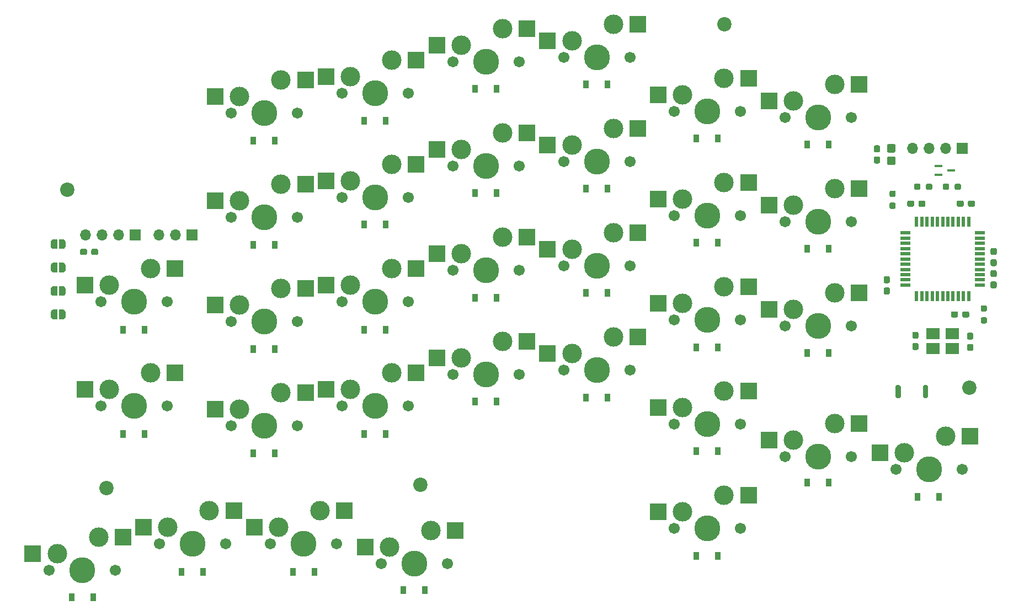
<source format=gbr>
G04 #@! TF.GenerationSoftware,KiCad,Pcbnew,5.1.7-a382d34a8~88~ubuntu18.04.1*
G04 #@! TF.CreationDate,2020-12-29T23:08:14-05:00*
G04 #@! TF.ProjectId,snowflake-right,736e6f77-666c-4616-9b65-2d7269676874,rev?*
G04 #@! TF.SameCoordinates,Original*
G04 #@! TF.FileFunction,Soldermask,Bot*
G04 #@! TF.FilePolarity,Negative*
%FSLAX46Y46*%
G04 Gerber Fmt 4.6, Leading zero omitted, Abs format (unit mm)*
G04 Created by KiCad (PCBNEW 5.1.7-a382d34a8~88~ubuntu18.04.1) date 2020-12-29 23:08:14*
%MOMM*%
%LPD*%
G01*
G04 APERTURE LIST*
%ADD10C,0.100000*%
%ADD11R,1.168400X0.355600*%
%ADD12C,2.200000*%
%ADD13R,2.100000X1.800000*%
%ADD14R,0.550000X1.500000*%
%ADD15R,1.500000X0.550000*%
%ADD16R,2.550000X2.500000*%
%ADD17C,3.000000*%
%ADD18C,3.987800*%
%ADD19C,1.701800*%
%ADD20O,1.700000X1.700000*%
%ADD21R,1.700000X1.700000*%
%ADD22R,0.900000X1.200000*%
G04 APERTURE END LIST*
D10*
G36*
X84500000Y-101049398D02*
G01*
X84475466Y-101049398D01*
X84426635Y-101044588D01*
X84378510Y-101035016D01*
X84331555Y-101020772D01*
X84286222Y-101001995D01*
X84242949Y-100978864D01*
X84202150Y-100951604D01*
X84164221Y-100920476D01*
X84129524Y-100885779D01*
X84098396Y-100847850D01*
X84071136Y-100807051D01*
X84048005Y-100763778D01*
X84029228Y-100718445D01*
X84014984Y-100671490D01*
X84005412Y-100623365D01*
X84000602Y-100574534D01*
X84000602Y-100550000D01*
X84000000Y-100550000D01*
X84000000Y-100050000D01*
X84000602Y-100050000D01*
X84000602Y-100025466D01*
X84005412Y-99976635D01*
X84014984Y-99928510D01*
X84029228Y-99881555D01*
X84048005Y-99836222D01*
X84071136Y-99792949D01*
X84098396Y-99752150D01*
X84129524Y-99714221D01*
X84164221Y-99679524D01*
X84202150Y-99648396D01*
X84242949Y-99621136D01*
X84286222Y-99598005D01*
X84331555Y-99579228D01*
X84378510Y-99564984D01*
X84426635Y-99555412D01*
X84475466Y-99550602D01*
X84500000Y-99550602D01*
X84500000Y-99550000D01*
X85000000Y-99550000D01*
X85000000Y-101050000D01*
X84500000Y-101050000D01*
X84500000Y-101049398D01*
G37*
G36*
X85300000Y-99550000D02*
G01*
X85800000Y-99550000D01*
X85800000Y-99550602D01*
X85824534Y-99550602D01*
X85873365Y-99555412D01*
X85921490Y-99564984D01*
X85968445Y-99579228D01*
X86013778Y-99598005D01*
X86057051Y-99621136D01*
X86097850Y-99648396D01*
X86135779Y-99679524D01*
X86170476Y-99714221D01*
X86201604Y-99752150D01*
X86228864Y-99792949D01*
X86251995Y-99836222D01*
X86270772Y-99881555D01*
X86285016Y-99928510D01*
X86294588Y-99976635D01*
X86299398Y-100025466D01*
X86299398Y-100050000D01*
X86300000Y-100050000D01*
X86300000Y-100550000D01*
X86299398Y-100550000D01*
X86299398Y-100574534D01*
X86294588Y-100623365D01*
X86285016Y-100671490D01*
X86270772Y-100718445D01*
X86251995Y-100763778D01*
X86228864Y-100807051D01*
X86201604Y-100847850D01*
X86170476Y-100885779D01*
X86135779Y-100920476D01*
X86097850Y-100951604D01*
X86057051Y-100978864D01*
X86013778Y-101001995D01*
X85968445Y-101020772D01*
X85921490Y-101035016D01*
X85873365Y-101044588D01*
X85824534Y-101049398D01*
X85800000Y-101049398D01*
X85800000Y-101050000D01*
X85300000Y-101050000D01*
X85300000Y-99550000D01*
G37*
G36*
X85800000Y-95950602D02*
G01*
X85824534Y-95950602D01*
X85873365Y-95955412D01*
X85921490Y-95964984D01*
X85968445Y-95979228D01*
X86013778Y-95998005D01*
X86057051Y-96021136D01*
X86097850Y-96048396D01*
X86135779Y-96079524D01*
X86170476Y-96114221D01*
X86201604Y-96152150D01*
X86228864Y-96192949D01*
X86251995Y-96236222D01*
X86270772Y-96281555D01*
X86285016Y-96328510D01*
X86294588Y-96376635D01*
X86299398Y-96425466D01*
X86299398Y-96450000D01*
X86300000Y-96450000D01*
X86300000Y-96950000D01*
X86299398Y-96950000D01*
X86299398Y-96974534D01*
X86294588Y-97023365D01*
X86285016Y-97071490D01*
X86270772Y-97118445D01*
X86251995Y-97163778D01*
X86228864Y-97207051D01*
X86201604Y-97247850D01*
X86170476Y-97285779D01*
X86135779Y-97320476D01*
X86097850Y-97351604D01*
X86057051Y-97378864D01*
X86013778Y-97401995D01*
X85968445Y-97420772D01*
X85921490Y-97435016D01*
X85873365Y-97444588D01*
X85824534Y-97449398D01*
X85800000Y-97449398D01*
X85800000Y-97450000D01*
X85300000Y-97450000D01*
X85300000Y-95950000D01*
X85800000Y-95950000D01*
X85800000Y-95950602D01*
G37*
G36*
X85000000Y-97450000D02*
G01*
X84500000Y-97450000D01*
X84500000Y-97449398D01*
X84475466Y-97449398D01*
X84426635Y-97444588D01*
X84378510Y-97435016D01*
X84331555Y-97420772D01*
X84286222Y-97401995D01*
X84242949Y-97378864D01*
X84202150Y-97351604D01*
X84164221Y-97320476D01*
X84129524Y-97285779D01*
X84098396Y-97247850D01*
X84071136Y-97207051D01*
X84048005Y-97163778D01*
X84029228Y-97118445D01*
X84014984Y-97071490D01*
X84005412Y-97023365D01*
X84000602Y-96974534D01*
X84000602Y-96950000D01*
X84000000Y-96950000D01*
X84000000Y-96450000D01*
X84000602Y-96450000D01*
X84000602Y-96425466D01*
X84005412Y-96376635D01*
X84014984Y-96328510D01*
X84029228Y-96281555D01*
X84048005Y-96236222D01*
X84071136Y-96192949D01*
X84098396Y-96152150D01*
X84129524Y-96114221D01*
X84164221Y-96079524D01*
X84202150Y-96048396D01*
X84242949Y-96021136D01*
X84286222Y-95998005D01*
X84331555Y-95979228D01*
X84378510Y-95964984D01*
X84426635Y-95955412D01*
X84475466Y-95950602D01*
X84500000Y-95950602D01*
X84500000Y-95950000D01*
X85000000Y-95950000D01*
X85000000Y-97450000D01*
G37*
G36*
X85800000Y-92350602D02*
G01*
X85824534Y-92350602D01*
X85873365Y-92355412D01*
X85921490Y-92364984D01*
X85968445Y-92379228D01*
X86013778Y-92398005D01*
X86057051Y-92421136D01*
X86097850Y-92448396D01*
X86135779Y-92479524D01*
X86170476Y-92514221D01*
X86201604Y-92552150D01*
X86228864Y-92592949D01*
X86251995Y-92636222D01*
X86270772Y-92681555D01*
X86285016Y-92728510D01*
X86294588Y-92776635D01*
X86299398Y-92825466D01*
X86299398Y-92850000D01*
X86300000Y-92850000D01*
X86300000Y-93350000D01*
X86299398Y-93350000D01*
X86299398Y-93374534D01*
X86294588Y-93423365D01*
X86285016Y-93471490D01*
X86270772Y-93518445D01*
X86251995Y-93563778D01*
X86228864Y-93607051D01*
X86201604Y-93647850D01*
X86170476Y-93685779D01*
X86135779Y-93720476D01*
X86097850Y-93751604D01*
X86057051Y-93778864D01*
X86013778Y-93801995D01*
X85968445Y-93820772D01*
X85921490Y-93835016D01*
X85873365Y-93844588D01*
X85824534Y-93849398D01*
X85800000Y-93849398D01*
X85800000Y-93850000D01*
X85300000Y-93850000D01*
X85300000Y-92350000D01*
X85800000Y-92350000D01*
X85800000Y-92350602D01*
G37*
G36*
X85000000Y-93850000D02*
G01*
X84500000Y-93850000D01*
X84500000Y-93849398D01*
X84475466Y-93849398D01*
X84426635Y-93844588D01*
X84378510Y-93835016D01*
X84331555Y-93820772D01*
X84286222Y-93801995D01*
X84242949Y-93778864D01*
X84202150Y-93751604D01*
X84164221Y-93720476D01*
X84129524Y-93685779D01*
X84098396Y-93647850D01*
X84071136Y-93607051D01*
X84048005Y-93563778D01*
X84029228Y-93518445D01*
X84014984Y-93471490D01*
X84005412Y-93423365D01*
X84000602Y-93374534D01*
X84000602Y-93350000D01*
X84000000Y-93350000D01*
X84000000Y-92850000D01*
X84000602Y-92850000D01*
X84000602Y-92825466D01*
X84005412Y-92776635D01*
X84014984Y-92728510D01*
X84029228Y-92681555D01*
X84048005Y-92636222D01*
X84071136Y-92592949D01*
X84098396Y-92552150D01*
X84129524Y-92514221D01*
X84164221Y-92479524D01*
X84202150Y-92448396D01*
X84242949Y-92421136D01*
X84286222Y-92398005D01*
X84331555Y-92379228D01*
X84378510Y-92364984D01*
X84426635Y-92355412D01*
X84475466Y-92350602D01*
X84500000Y-92350602D01*
X84500000Y-92350000D01*
X85000000Y-92350000D01*
X85000000Y-93850000D01*
G37*
G36*
X84500000Y-90249398D02*
G01*
X84475466Y-90249398D01*
X84426635Y-90244588D01*
X84378510Y-90235016D01*
X84331555Y-90220772D01*
X84286222Y-90201995D01*
X84242949Y-90178864D01*
X84202150Y-90151604D01*
X84164221Y-90120476D01*
X84129524Y-90085779D01*
X84098396Y-90047850D01*
X84071136Y-90007051D01*
X84048005Y-89963778D01*
X84029228Y-89918445D01*
X84014984Y-89871490D01*
X84005412Y-89823365D01*
X84000602Y-89774534D01*
X84000602Y-89750000D01*
X84000000Y-89750000D01*
X84000000Y-89250000D01*
X84000602Y-89250000D01*
X84000602Y-89225466D01*
X84005412Y-89176635D01*
X84014984Y-89128510D01*
X84029228Y-89081555D01*
X84048005Y-89036222D01*
X84071136Y-88992949D01*
X84098396Y-88952150D01*
X84129524Y-88914221D01*
X84164221Y-88879524D01*
X84202150Y-88848396D01*
X84242949Y-88821136D01*
X84286222Y-88798005D01*
X84331555Y-88779228D01*
X84378510Y-88764984D01*
X84426635Y-88755412D01*
X84475466Y-88750602D01*
X84500000Y-88750602D01*
X84500000Y-88750000D01*
X85000000Y-88750000D01*
X85000000Y-90250000D01*
X84500000Y-90250000D01*
X84500000Y-90249398D01*
G37*
G36*
X85300000Y-88750000D02*
G01*
X85800000Y-88750000D01*
X85800000Y-88750602D01*
X85824534Y-88750602D01*
X85873365Y-88755412D01*
X85921490Y-88764984D01*
X85968445Y-88779228D01*
X86013778Y-88798005D01*
X86057051Y-88821136D01*
X86097850Y-88848396D01*
X86135779Y-88879524D01*
X86170476Y-88914221D01*
X86201604Y-88952150D01*
X86228864Y-88992949D01*
X86251995Y-89036222D01*
X86270772Y-89081555D01*
X86285016Y-89128510D01*
X86294588Y-89176635D01*
X86299398Y-89225466D01*
X86299398Y-89250000D01*
X86300000Y-89250000D01*
X86300000Y-89750000D01*
X86299398Y-89750000D01*
X86299398Y-89774534D01*
X86294588Y-89823365D01*
X86285016Y-89871490D01*
X86270772Y-89918445D01*
X86251995Y-89963778D01*
X86228864Y-90007051D01*
X86201604Y-90047850D01*
X86170476Y-90085779D01*
X86135779Y-90120476D01*
X86097850Y-90151604D01*
X86057051Y-90178864D01*
X86013778Y-90201995D01*
X85968445Y-90220772D01*
X85921490Y-90235016D01*
X85873365Y-90244588D01*
X85824534Y-90249398D01*
X85800000Y-90249398D01*
X85800000Y-90250000D01*
X85300000Y-90250000D01*
X85300000Y-88750000D01*
G37*
G36*
G01*
X89575000Y-90462500D02*
X89575000Y-90937500D01*
G75*
G02*
X89337500Y-91175000I-237500J0D01*
G01*
X88737500Y-91175000D01*
G75*
G02*
X88500000Y-90937500I0J237500D01*
G01*
X88500000Y-90462500D01*
G75*
G02*
X88737500Y-90225000I237500J0D01*
G01*
X89337500Y-90225000D01*
G75*
G02*
X89575000Y-90462500I0J-237500D01*
G01*
G37*
G36*
G01*
X91300000Y-90462500D02*
X91300000Y-90937500D01*
G75*
G02*
X91062500Y-91175000I-237500J0D01*
G01*
X90462500Y-91175000D01*
G75*
G02*
X90225000Y-90937500I0J237500D01*
G01*
X90225000Y-90462500D01*
G75*
G02*
X90462500Y-90225000I237500J0D01*
G01*
X91062500Y-90225000D01*
G75*
G02*
X91300000Y-90462500I0J-237500D01*
G01*
G37*
G36*
G01*
X213650000Y-112950000D02*
X213650000Y-111350000D01*
G75*
G02*
X213850000Y-111150000I200000J0D01*
G01*
X214250000Y-111150000D01*
G75*
G02*
X214450000Y-111350000I0J-200000D01*
G01*
X214450000Y-112950000D01*
G75*
G02*
X214250000Y-113150000I-200000J0D01*
G01*
X213850000Y-113150000D01*
G75*
G02*
X213650000Y-112950000I0J200000D01*
G01*
G37*
G36*
G01*
X217850000Y-112950000D02*
X217850000Y-111350000D01*
G75*
G02*
X218050000Y-111150000I200000J0D01*
G01*
X218450000Y-111150000D01*
G75*
G02*
X218650000Y-111350000I0J-200000D01*
G01*
X218650000Y-112950000D01*
G75*
G02*
X218450000Y-113150000I-200000J0D01*
G01*
X218050000Y-113150000D01*
G75*
G02*
X217850000Y-112950000I0J200000D01*
G01*
G37*
D11*
X222165200Y-78200000D03*
X220234800Y-77550001D03*
X220234800Y-78849999D03*
D12*
X140750000Y-126450000D03*
X92550000Y-126950000D03*
X224950000Y-111550000D03*
X187350000Y-55750000D03*
X86550000Y-81150000D03*
D13*
X219430000Y-105570000D03*
X222330000Y-105570000D03*
X222330000Y-103270000D03*
X219430000Y-103270000D03*
D14*
X224880000Y-86090000D03*
X224080000Y-86090000D03*
X223280000Y-86090000D03*
X222480000Y-86090000D03*
X221680000Y-86090000D03*
X220880000Y-86090000D03*
X220080000Y-86090000D03*
X219280000Y-86090000D03*
X218480000Y-86090000D03*
X217680000Y-86090000D03*
X216880000Y-86090000D03*
D15*
X215180000Y-87790000D03*
X215180000Y-88590000D03*
X215180000Y-89390000D03*
X215180000Y-90190000D03*
X215180000Y-90990000D03*
X215180000Y-91790000D03*
X215180000Y-92590000D03*
X215180000Y-93390000D03*
X215180000Y-94190000D03*
X215180000Y-94990000D03*
X215180000Y-95790000D03*
D14*
X216880000Y-97490000D03*
X217680000Y-97490000D03*
X218480000Y-97490000D03*
X219280000Y-97490000D03*
X220080000Y-97490000D03*
X220880000Y-97490000D03*
X221680000Y-97490000D03*
X222480000Y-97490000D03*
X223280000Y-97490000D03*
X224080000Y-97490000D03*
X224880000Y-97490000D03*
D15*
X226580000Y-95790000D03*
X226580000Y-94990000D03*
X226580000Y-94190000D03*
X226580000Y-93390000D03*
X226580000Y-92590000D03*
X226580000Y-91790000D03*
X226580000Y-90990000D03*
X226580000Y-90190000D03*
X226580000Y-89390000D03*
X226580000Y-88590000D03*
X226580000Y-87790000D03*
G36*
G01*
X212962500Y-83125000D02*
X213437500Y-83125000D01*
G75*
G02*
X213675000Y-83362500I0J-237500D01*
G01*
X213675000Y-83862500D01*
G75*
G02*
X213437500Y-84100000I-237500J0D01*
G01*
X212962500Y-84100000D01*
G75*
G02*
X212725000Y-83862500I0J237500D01*
G01*
X212725000Y-83362500D01*
G75*
G02*
X212962500Y-83125000I237500J0D01*
G01*
G37*
G36*
G01*
X212962500Y-81300000D02*
X213437500Y-81300000D01*
G75*
G02*
X213675000Y-81537500I0J-237500D01*
G01*
X213675000Y-82037500D01*
G75*
G02*
X213437500Y-82275000I-237500J0D01*
G01*
X212962500Y-82275000D01*
G75*
G02*
X212725000Y-82037500I0J237500D01*
G01*
X212725000Y-81537500D01*
G75*
G02*
X212962500Y-81300000I237500J0D01*
G01*
G37*
G36*
G01*
X226962500Y-98900000D02*
X227437500Y-98900000D01*
G75*
G02*
X227675000Y-99137500I0J-237500D01*
G01*
X227675000Y-99637500D01*
G75*
G02*
X227437500Y-99875000I-237500J0D01*
G01*
X226962500Y-99875000D01*
G75*
G02*
X226725000Y-99637500I0J237500D01*
G01*
X226725000Y-99137500D01*
G75*
G02*
X226962500Y-98900000I237500J0D01*
G01*
G37*
G36*
G01*
X226962500Y-100725000D02*
X227437500Y-100725000D01*
G75*
G02*
X227675000Y-100962500I0J-237500D01*
G01*
X227675000Y-101462500D01*
G75*
G02*
X227437500Y-101700000I-237500J0D01*
G01*
X226962500Y-101700000D01*
G75*
G02*
X226725000Y-101462500I0J237500D01*
G01*
X226725000Y-100962500D01*
G75*
G02*
X226962500Y-100725000I237500J0D01*
G01*
G37*
G36*
G01*
X218325000Y-80937500D02*
X218325000Y-80462500D01*
G75*
G02*
X218562500Y-80225000I237500J0D01*
G01*
X219062500Y-80225000D01*
G75*
G02*
X219300000Y-80462500I0J-237500D01*
G01*
X219300000Y-80937500D01*
G75*
G02*
X219062500Y-81175000I-237500J0D01*
G01*
X218562500Y-81175000D01*
G75*
G02*
X218325000Y-80937500I0J237500D01*
G01*
G37*
G36*
G01*
X216500000Y-80937500D02*
X216500000Y-80462500D01*
G75*
G02*
X216737500Y-80225000I237500J0D01*
G01*
X217237500Y-80225000D01*
G75*
G02*
X217475000Y-80462500I0J-237500D01*
G01*
X217475000Y-80937500D01*
G75*
G02*
X217237500Y-81175000I-237500J0D01*
G01*
X216737500Y-81175000D01*
G75*
G02*
X216500000Y-80937500I0J237500D01*
G01*
G37*
G36*
G01*
X221875000Y-80462500D02*
X221875000Y-80937500D01*
G75*
G02*
X221637500Y-81175000I-237500J0D01*
G01*
X221137500Y-81175000D01*
G75*
G02*
X220900000Y-80937500I0J237500D01*
G01*
X220900000Y-80462500D01*
G75*
G02*
X221137500Y-80225000I237500J0D01*
G01*
X221637500Y-80225000D01*
G75*
G02*
X221875000Y-80462500I0J-237500D01*
G01*
G37*
G36*
G01*
X223700000Y-80462500D02*
X223700000Y-80937500D01*
G75*
G02*
X223462500Y-81175000I-237500J0D01*
G01*
X222962500Y-81175000D01*
G75*
G02*
X222725000Y-80937500I0J237500D01*
G01*
X222725000Y-80462500D01*
G75*
G02*
X222962500Y-80225000I237500J0D01*
G01*
X223462500Y-80225000D01*
G75*
G02*
X223700000Y-80462500I0J-237500D01*
G01*
G37*
D16*
X95090000Y-134460000D03*
D17*
X91340000Y-134460000D03*
X84990000Y-137000000D03*
D18*
X88800000Y-139540000D03*
D19*
X93880000Y-139540000D03*
X83720000Y-139540000D03*
D16*
X81240000Y-137000000D03*
X112090000Y-130460000D03*
D17*
X108340000Y-130460000D03*
X101990000Y-133000000D03*
D18*
X105800000Y-135540000D03*
D19*
X110880000Y-135540000D03*
X100720000Y-135540000D03*
D16*
X98240000Y-133000000D03*
X129090000Y-130460000D03*
D17*
X125340000Y-130460000D03*
X118990000Y-133000000D03*
D18*
X122800000Y-135540000D03*
D19*
X127880000Y-135540000D03*
X117720000Y-135540000D03*
D16*
X115240000Y-133000000D03*
X146090000Y-133460000D03*
D17*
X142340000Y-133460000D03*
X135990000Y-136000000D03*
D18*
X139800000Y-138540000D03*
D19*
X144880000Y-138540000D03*
X134720000Y-138540000D03*
D16*
X132240000Y-136000000D03*
X191090000Y-128020000D03*
D17*
X187340000Y-128020000D03*
X180990000Y-130560000D03*
D18*
X184800000Y-133100000D03*
D19*
X189880000Y-133100000D03*
X179720000Y-133100000D03*
D16*
X177240000Y-130560000D03*
X103090000Y-109290000D03*
D17*
X99340000Y-109290000D03*
X92990000Y-111830000D03*
D18*
X96800000Y-114370000D03*
D19*
X101880000Y-114370000D03*
X91720000Y-114370000D03*
D16*
X89240000Y-111830000D03*
X123090000Y-112290000D03*
D17*
X119340000Y-112290000D03*
X112990000Y-114830000D03*
D18*
X116800000Y-117370000D03*
D19*
X121880000Y-117370000D03*
X111720000Y-117370000D03*
D16*
X109240000Y-114830000D03*
X140090000Y-109290000D03*
D17*
X136340000Y-109290000D03*
X129990000Y-111830000D03*
D18*
X133800000Y-114370000D03*
D19*
X138880000Y-114370000D03*
X128720000Y-114370000D03*
D16*
X126240000Y-111830000D03*
X157090000Y-104460000D03*
D17*
X153340000Y-104460000D03*
X146990000Y-107000000D03*
D18*
X150800000Y-109540000D03*
D19*
X155880000Y-109540000D03*
X145720000Y-109540000D03*
D16*
X143240000Y-107000000D03*
X174090000Y-103760000D03*
D17*
X170340000Y-103760000D03*
X163990000Y-106300000D03*
D18*
X167800000Y-108840000D03*
D19*
X172880000Y-108840000D03*
X162720000Y-108840000D03*
D16*
X160240000Y-106300000D03*
X191090000Y-112020000D03*
D17*
X187340000Y-112020000D03*
X180990000Y-114560000D03*
D18*
X184800000Y-117100000D03*
D19*
X189880000Y-117100000D03*
X179720000Y-117100000D03*
D16*
X177240000Y-114560000D03*
X208090000Y-117020000D03*
D17*
X204340000Y-117020000D03*
X197990000Y-119560000D03*
D18*
X201800000Y-122100000D03*
D19*
X206880000Y-122100000D03*
X196720000Y-122100000D03*
D16*
X194240000Y-119560000D03*
X225090000Y-119020000D03*
D17*
X221340000Y-119020000D03*
X214990000Y-121560000D03*
D18*
X218800000Y-124100000D03*
D19*
X223880000Y-124100000D03*
X213720000Y-124100000D03*
D16*
X211240000Y-121560000D03*
X103090000Y-93290000D03*
D17*
X99340000Y-93290000D03*
X92990000Y-95830000D03*
D18*
X96800000Y-98370000D03*
D19*
X101880000Y-98370000D03*
X91720000Y-98370000D03*
D16*
X89240000Y-95830000D03*
X123090000Y-96290000D03*
D17*
X119340000Y-96290000D03*
X112990000Y-98830000D03*
D18*
X116800000Y-101370000D03*
D19*
X121880000Y-101370000D03*
X111720000Y-101370000D03*
D16*
X109240000Y-98830000D03*
X126240000Y-95830000D03*
D19*
X128720000Y-98370000D03*
X138880000Y-98370000D03*
D18*
X133800000Y-98370000D03*
D17*
X129990000Y-95830000D03*
X136340000Y-93290000D03*
D16*
X140090000Y-93290000D03*
X157090000Y-88460000D03*
D17*
X153340000Y-88460000D03*
X146990000Y-91000000D03*
D18*
X150800000Y-93540000D03*
D19*
X155880000Y-93540000D03*
X145720000Y-93540000D03*
D16*
X143240000Y-91000000D03*
X174090000Y-87760000D03*
D17*
X170340000Y-87760000D03*
X163990000Y-90300000D03*
D18*
X167800000Y-92840000D03*
D19*
X172880000Y-92840000D03*
X162720000Y-92840000D03*
D16*
X160240000Y-90300000D03*
X191090000Y-96020000D03*
D17*
X187340000Y-96020000D03*
X180990000Y-98560000D03*
D18*
X184800000Y-101100000D03*
D19*
X189880000Y-101100000D03*
X179720000Y-101100000D03*
D16*
X177240000Y-98560000D03*
X208090000Y-97020000D03*
D17*
X204340000Y-97020000D03*
X197990000Y-99560000D03*
D18*
X201800000Y-102100000D03*
D19*
X206880000Y-102100000D03*
X196720000Y-102100000D03*
D16*
X194240000Y-99560000D03*
X123090000Y-80290000D03*
D17*
X119340000Y-80290000D03*
X112990000Y-82830000D03*
D18*
X116800000Y-85370000D03*
D19*
X121880000Y-85370000D03*
X111720000Y-85370000D03*
D16*
X109240000Y-82830000D03*
X140090000Y-77290000D03*
D17*
X136340000Y-77290000D03*
X129990000Y-79830000D03*
D18*
X133800000Y-82370000D03*
D19*
X138880000Y-82370000D03*
X128720000Y-82370000D03*
D16*
X126240000Y-79830000D03*
X157090000Y-72460000D03*
D17*
X153340000Y-72460000D03*
X146990000Y-75000000D03*
D18*
X150800000Y-77540000D03*
D19*
X155880000Y-77540000D03*
X145720000Y-77540000D03*
D16*
X143240000Y-75000000D03*
X174090000Y-71760000D03*
D17*
X170340000Y-71760000D03*
X163990000Y-74300000D03*
D18*
X167800000Y-76840000D03*
D19*
X172880000Y-76840000D03*
X162720000Y-76840000D03*
D16*
X160240000Y-74300000D03*
X191090000Y-80020000D03*
D17*
X187340000Y-80020000D03*
X180990000Y-82560000D03*
D18*
X184800000Y-85100000D03*
D19*
X189880000Y-85100000D03*
X179720000Y-85100000D03*
D16*
X177240000Y-82560000D03*
X208090000Y-81020000D03*
D17*
X204340000Y-81020000D03*
X197990000Y-83560000D03*
D18*
X201800000Y-86100000D03*
D19*
X206880000Y-86100000D03*
X196720000Y-86100000D03*
D16*
X194240000Y-83560000D03*
X123090000Y-64290000D03*
D17*
X119340000Y-64290000D03*
X112990000Y-66830000D03*
D18*
X116800000Y-69370000D03*
D19*
X121880000Y-69370000D03*
X111720000Y-69370000D03*
D16*
X109240000Y-66830000D03*
X140090000Y-61290000D03*
D17*
X136340000Y-61290000D03*
X129990000Y-63830000D03*
D18*
X133800000Y-66370000D03*
D19*
X138880000Y-66370000D03*
X128720000Y-66370000D03*
D16*
X126240000Y-63830000D03*
X157090000Y-56460000D03*
D17*
X153340000Y-56460000D03*
X146990000Y-59000000D03*
D18*
X150800000Y-61540000D03*
D19*
X155880000Y-61540000D03*
X145720000Y-61540000D03*
D16*
X143240000Y-59000000D03*
X174090000Y-55760000D03*
D17*
X170340000Y-55760000D03*
X163990000Y-58300000D03*
D18*
X167800000Y-60840000D03*
D19*
X172880000Y-60840000D03*
X162720000Y-60840000D03*
D16*
X160240000Y-58300000D03*
X191090000Y-64020000D03*
D17*
X187340000Y-64020000D03*
X180990000Y-66560000D03*
D18*
X184800000Y-69100000D03*
D19*
X189880000Y-69100000D03*
X179720000Y-69100000D03*
D16*
X177240000Y-66560000D03*
X208090000Y-65020000D03*
D17*
X204340000Y-65020000D03*
X197990000Y-67560000D03*
D18*
X201800000Y-70100000D03*
D19*
X206880000Y-70100000D03*
X196720000Y-70100000D03*
D16*
X194240000Y-67560000D03*
D20*
X89370000Y-88130000D03*
X91910000Y-88130000D03*
X94450000Y-88130000D03*
D21*
X96990000Y-88130000D03*
D20*
X100620000Y-88100000D03*
X103160000Y-88100000D03*
D21*
X105700000Y-88100000D03*
D20*
X216280000Y-74800000D03*
X218820000Y-74800000D03*
X221360000Y-74800000D03*
D21*
X223900000Y-74800000D03*
G36*
G01*
X212600000Y-76062500D02*
X213400000Y-76062500D01*
G75*
G02*
X213650000Y-76312500I0J-250000D01*
G01*
X213650000Y-77137500D01*
G75*
G02*
X213400000Y-77387500I-250000J0D01*
G01*
X212600000Y-77387500D01*
G75*
G02*
X212350000Y-77137500I0J250000D01*
G01*
X212350000Y-76312500D01*
G75*
G02*
X212600000Y-76062500I250000J0D01*
G01*
G37*
G36*
G01*
X212600000Y-74137500D02*
X213400000Y-74137500D01*
G75*
G02*
X213650000Y-74387500I0J-250000D01*
G01*
X213650000Y-75212500D01*
G75*
G02*
X213400000Y-75462500I-250000J0D01*
G01*
X212600000Y-75462500D01*
G75*
G02*
X212350000Y-75212500I0J250000D01*
G01*
X212350000Y-74387500D01*
G75*
G02*
X212600000Y-74137500I250000J0D01*
G01*
G37*
D22*
X90500000Y-143750000D03*
X87200000Y-143750000D03*
X98400000Y-118650000D03*
X95100000Y-118650000D03*
X98400000Y-102650000D03*
X95100000Y-102650000D03*
X107400000Y-139850000D03*
X104100000Y-139850000D03*
X118400000Y-121650000D03*
X115100000Y-121650000D03*
X118400000Y-105650000D03*
X115100000Y-105650000D03*
X118400000Y-89650000D03*
X115100000Y-89650000D03*
X118400000Y-73650000D03*
X115100000Y-73650000D03*
X124500000Y-139820000D03*
X121200000Y-139820000D03*
X135400000Y-118650000D03*
X132100000Y-118650000D03*
X135400000Y-102650000D03*
X132100000Y-102650000D03*
X135400000Y-86450000D03*
X132100000Y-86450000D03*
X135400000Y-70550000D03*
X132100000Y-70550000D03*
X141400000Y-142650000D03*
X138100000Y-142650000D03*
X152400000Y-113650000D03*
X149100000Y-113650000D03*
X152400000Y-97750000D03*
X149100000Y-97750000D03*
X152400000Y-81650000D03*
X149100000Y-81650000D03*
X152400000Y-65650000D03*
X149100000Y-65650000D03*
X169400000Y-113050000D03*
X166100000Y-113050000D03*
X169400000Y-96950000D03*
X166100000Y-96950000D03*
X169400000Y-80950000D03*
X166100000Y-80950000D03*
X169400000Y-64950000D03*
X166100000Y-64950000D03*
X186400000Y-137350000D03*
X183100000Y-137350000D03*
X186400000Y-121250000D03*
X183100000Y-121250000D03*
X186400000Y-105350000D03*
X183100000Y-105350000D03*
X186400000Y-89250000D03*
X183100000Y-89250000D03*
X186400000Y-73250000D03*
X183100000Y-73250000D03*
X203400000Y-126150000D03*
X200100000Y-126150000D03*
X203400000Y-106250000D03*
X200100000Y-106250000D03*
X203400000Y-90250000D03*
X200100000Y-90250000D03*
X203400000Y-74250000D03*
X200100000Y-74250000D03*
X220300000Y-128350000D03*
X217000000Y-128350000D03*
G36*
G01*
X223237500Y-100062500D02*
X223237500Y-100537500D01*
G75*
G02*
X223000000Y-100775000I-237500J0D01*
G01*
X222400000Y-100775000D01*
G75*
G02*
X222162500Y-100537500I0J237500D01*
G01*
X222162500Y-100062500D01*
G75*
G02*
X222400000Y-99825000I237500J0D01*
G01*
X223000000Y-99825000D01*
G75*
G02*
X223237500Y-100062500I0J-237500D01*
G01*
G37*
G36*
G01*
X224962500Y-100062500D02*
X224962500Y-100537500D01*
G75*
G02*
X224725000Y-100775000I-237500J0D01*
G01*
X224125000Y-100775000D01*
G75*
G02*
X223887500Y-100537500I0J237500D01*
G01*
X223887500Y-100062500D01*
G75*
G02*
X224125000Y-99825000I237500J0D01*
G01*
X224725000Y-99825000D01*
G75*
G02*
X224962500Y-100062500I0J-237500D01*
G01*
G37*
G36*
G01*
X212062500Y-96162500D02*
X212537500Y-96162500D01*
G75*
G02*
X212775000Y-96400000I0J-237500D01*
G01*
X212775000Y-97000000D01*
G75*
G02*
X212537500Y-97237500I-237500J0D01*
G01*
X212062500Y-97237500D01*
G75*
G02*
X211825000Y-97000000I0J237500D01*
G01*
X211825000Y-96400000D01*
G75*
G02*
X212062500Y-96162500I237500J0D01*
G01*
G37*
G36*
G01*
X212062500Y-94437500D02*
X212537500Y-94437500D01*
G75*
G02*
X212775000Y-94675000I0J-237500D01*
G01*
X212775000Y-95275000D01*
G75*
G02*
X212537500Y-95512500I-237500J0D01*
G01*
X212062500Y-95512500D01*
G75*
G02*
X211825000Y-95275000I0J237500D01*
G01*
X211825000Y-94675000D01*
G75*
G02*
X212062500Y-94437500I237500J0D01*
G01*
G37*
G36*
G01*
X228937500Y-91175000D02*
X228462500Y-91175000D01*
G75*
G02*
X228225000Y-90937500I0J237500D01*
G01*
X228225000Y-90337500D01*
G75*
G02*
X228462500Y-90100000I237500J0D01*
G01*
X228937500Y-90100000D01*
G75*
G02*
X229175000Y-90337500I0J-237500D01*
G01*
X229175000Y-90937500D01*
G75*
G02*
X228937500Y-91175000I-237500J0D01*
G01*
G37*
G36*
G01*
X228937500Y-92900000D02*
X228462500Y-92900000D01*
G75*
G02*
X228225000Y-92662500I0J237500D01*
G01*
X228225000Y-92062500D01*
G75*
G02*
X228462500Y-91825000I237500J0D01*
G01*
X228937500Y-91825000D01*
G75*
G02*
X229175000Y-92062500I0J-237500D01*
G01*
X229175000Y-92662500D01*
G75*
G02*
X228937500Y-92900000I-237500J0D01*
G01*
G37*
G36*
G01*
X225337500Y-104175000D02*
X224862500Y-104175000D01*
G75*
G02*
X224625000Y-103937500I0J237500D01*
G01*
X224625000Y-103337500D01*
G75*
G02*
X224862500Y-103100000I237500J0D01*
G01*
X225337500Y-103100000D01*
G75*
G02*
X225575000Y-103337500I0J-237500D01*
G01*
X225575000Y-103937500D01*
G75*
G02*
X225337500Y-104175000I-237500J0D01*
G01*
G37*
G36*
G01*
X225337500Y-105900000D02*
X224862500Y-105900000D01*
G75*
G02*
X224625000Y-105662500I0J237500D01*
G01*
X224625000Y-105062500D01*
G75*
G02*
X224862500Y-104825000I237500J0D01*
G01*
X225337500Y-104825000D01*
G75*
G02*
X225575000Y-105062500I0J-237500D01*
G01*
X225575000Y-105662500D01*
G75*
G02*
X225337500Y-105900000I-237500J0D01*
G01*
G37*
G36*
G01*
X216462500Y-104687500D02*
X216937500Y-104687500D01*
G75*
G02*
X217175000Y-104925000I0J-237500D01*
G01*
X217175000Y-105525000D01*
G75*
G02*
X216937500Y-105762500I-237500J0D01*
G01*
X216462500Y-105762500D01*
G75*
G02*
X216225000Y-105525000I0J237500D01*
G01*
X216225000Y-104925000D01*
G75*
G02*
X216462500Y-104687500I237500J0D01*
G01*
G37*
G36*
G01*
X216462500Y-102962500D02*
X216937500Y-102962500D01*
G75*
G02*
X217175000Y-103200000I0J-237500D01*
G01*
X217175000Y-103800000D01*
G75*
G02*
X216937500Y-104037500I-237500J0D01*
G01*
X216462500Y-104037500D01*
G75*
G02*
X216225000Y-103800000I0J237500D01*
G01*
X216225000Y-103200000D01*
G75*
G02*
X216462500Y-102962500I237500J0D01*
G01*
G37*
G36*
G01*
X224112500Y-83062500D02*
X224112500Y-83537500D01*
G75*
G02*
X223875000Y-83775000I-237500J0D01*
G01*
X223275000Y-83775000D01*
G75*
G02*
X223037500Y-83537500I0J237500D01*
G01*
X223037500Y-83062500D01*
G75*
G02*
X223275000Y-82825000I237500J0D01*
G01*
X223875000Y-82825000D01*
G75*
G02*
X224112500Y-83062500I0J-237500D01*
G01*
G37*
G36*
G01*
X225837500Y-83062500D02*
X225837500Y-83537500D01*
G75*
G02*
X225600000Y-83775000I-237500J0D01*
G01*
X225000000Y-83775000D01*
G75*
G02*
X224762500Y-83537500I0J237500D01*
G01*
X224762500Y-83062500D01*
G75*
G02*
X225000000Y-82825000I237500J0D01*
G01*
X225600000Y-82825000D01*
G75*
G02*
X225837500Y-83062500I0J-237500D01*
G01*
G37*
G36*
G01*
X217162500Y-83537500D02*
X217162500Y-83062500D01*
G75*
G02*
X217400000Y-82825000I237500J0D01*
G01*
X218000000Y-82825000D01*
G75*
G02*
X218237500Y-83062500I0J-237500D01*
G01*
X218237500Y-83537500D01*
G75*
G02*
X218000000Y-83775000I-237500J0D01*
G01*
X217400000Y-83775000D01*
G75*
G02*
X217162500Y-83537500I0J237500D01*
G01*
G37*
G36*
G01*
X215437500Y-83537500D02*
X215437500Y-83062500D01*
G75*
G02*
X215675000Y-82825000I237500J0D01*
G01*
X216275000Y-82825000D01*
G75*
G02*
X216512500Y-83062500I0J-237500D01*
G01*
X216512500Y-83537500D01*
G75*
G02*
X216275000Y-83775000I-237500J0D01*
G01*
X215675000Y-83775000D01*
G75*
G02*
X215437500Y-83537500I0J237500D01*
G01*
G37*
G36*
G01*
X228462500Y-95225000D02*
X228937500Y-95225000D01*
G75*
G02*
X229175000Y-95462500I0J-237500D01*
G01*
X229175000Y-96062500D01*
G75*
G02*
X228937500Y-96300000I-237500J0D01*
G01*
X228462500Y-96300000D01*
G75*
G02*
X228225000Y-96062500I0J237500D01*
G01*
X228225000Y-95462500D01*
G75*
G02*
X228462500Y-95225000I237500J0D01*
G01*
G37*
G36*
G01*
X228462500Y-93500000D02*
X228937500Y-93500000D01*
G75*
G02*
X229175000Y-93737500I0J-237500D01*
G01*
X229175000Y-94337500D01*
G75*
G02*
X228937500Y-94575000I-237500J0D01*
G01*
X228462500Y-94575000D01*
G75*
G02*
X228225000Y-94337500I0J237500D01*
G01*
X228225000Y-93737500D01*
G75*
G02*
X228462500Y-93500000I237500J0D01*
G01*
G37*
G36*
G01*
X211037500Y-75412500D02*
X210562500Y-75412500D01*
G75*
G02*
X210325000Y-75175000I0J237500D01*
G01*
X210325000Y-74575000D01*
G75*
G02*
X210562500Y-74337500I237500J0D01*
G01*
X211037500Y-74337500D01*
G75*
G02*
X211275000Y-74575000I0J-237500D01*
G01*
X211275000Y-75175000D01*
G75*
G02*
X211037500Y-75412500I-237500J0D01*
G01*
G37*
G36*
G01*
X211037500Y-77137500D02*
X210562500Y-77137500D01*
G75*
G02*
X210325000Y-76900000I0J237500D01*
G01*
X210325000Y-76300000D01*
G75*
G02*
X210562500Y-76062500I237500J0D01*
G01*
X211037500Y-76062500D01*
G75*
G02*
X211275000Y-76300000I0J-237500D01*
G01*
X211275000Y-76900000D01*
G75*
G02*
X211037500Y-77137500I-237500J0D01*
G01*
G37*
M02*

</source>
